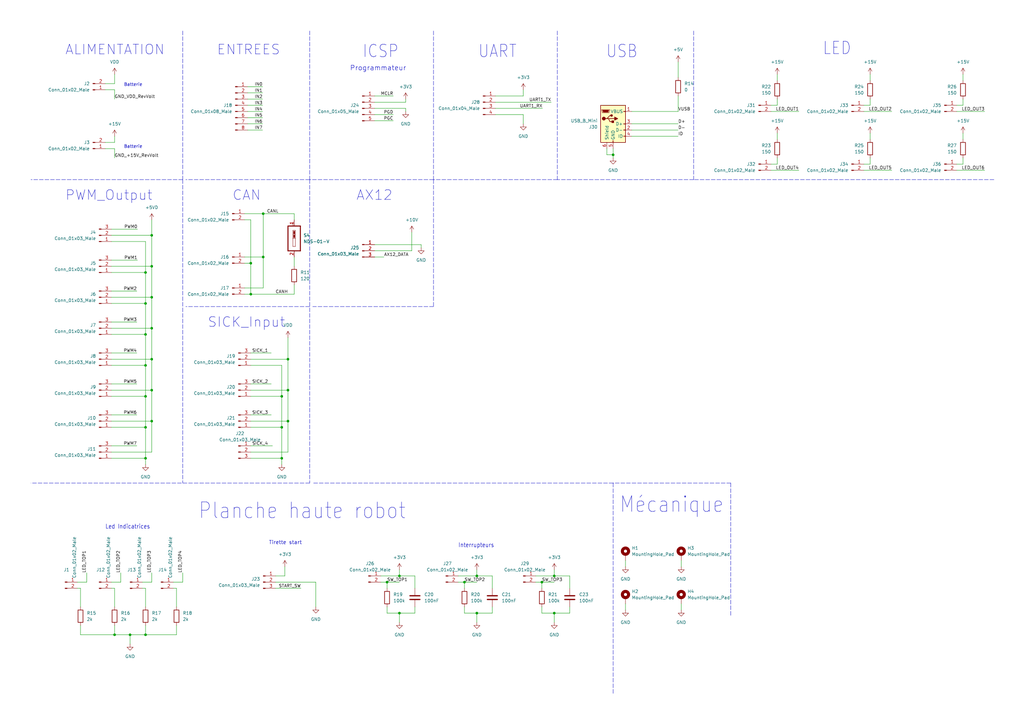
<source format=kicad_sch>
(kicad_sch (version 20211123) (generator eeschema)
  (paper "A3")
  (title_block (title "Carte Actionneur") (date "2022-03-20") (rev "V4.1") (company "AstroMonkeys"))
  (lib_symbols
    (symbol "Connector:Conn_01x02_Male" (pin_names (offset 1.016) hide)
      (property "Reference" "J" (at 0 2.54 0))
      (property "Value" "Conn_01x02_Male" (at 0 -5.08 0))
      (symbol "Conn_01x02_Male_1_1"
        (pin passive line (at 5.08 0 180) (length 3.81) (name "Pin_1") (number "1"))
        (pin passive line (at 5.08 -2.54 180) (length 3.81) (name "Pin_2") (number "2"))
      )
    )
    (symbol "Connector:Conn_01x03_Male" (pin_names (offset 1.016) hide)
      (property "Reference" "J" (at 0 5.08 0))
      (property "Value" "Conn_01x03_Male" (at 0 -5.08 0))
      (symbol "Conn_01x03_Male_1_1"
        (pin passive line (at 5.08 2.54 180) (length 3.81) (name "Pin_1") (number "1"))
        (pin passive line (at 5.08 0 180) (length 3.81) (name "Pin_2") (number "2"))
        (pin passive line (at 5.08 -2.54 180) (length 3.81) (name "Pin_3") (number "3"))
      )
    )
    (symbol "Connector:Conn_01x04_Male" (pin_names (offset 1.016) hide)
      (property "Reference" "J" (at 0 5.08 0))
      (property "Value" "Conn_01x04_Male" (at 0 -7.62 0))
      (symbol "Conn_01x04_Male_1_1"
        (pin passive line (at 5.08 2.54 180) (length 3.81) (name "Pin_1") (number "1"))
        (pin passive line (at 5.08 0 180) (length 3.81) (name "Pin_2") (number "2"))
        (pin passive line (at 5.08 -2.54 180) (length 3.81) (name "Pin_3") (number "3"))
        (pin passive line (at 5.08 -5.08 180) (length 3.81) (name "Pin_4") (number "4"))
      )
    )
    (symbol "Connector:Conn_01x05_Male" (pin_names (offset 1.016) hide)
      (property "Reference" "J" (at 0 7.62 0))
      (property "Value" "Conn_01x05_Male" (at 0 -7.62 0))
      (symbol "Conn_01x05_Male_1_1"
        (pin passive line (at 5.08 5.08 180) (length 3.81) (name "Pin_1") (number "1"))
        (pin passive line (at 5.08 2.54 180) (length 3.81) (name "Pin_2") (number "2"))
        (pin passive line (at 5.08 0 180) (length 3.81) (name "Pin_3") (number "3"))
        (pin passive line (at 5.08 -2.54 180) (length 3.81) (name "Pin_4") (number "4"))
        (pin passive line (at 5.08 -5.08 180) (length 3.81) (name "Pin_5") (number "5"))
      )
    )
    (symbol "Connector:Conn_01x08_Male" (pin_names (offset 1.016) hide)
      (property "Reference" "J" (at 0 10.16 0))
      (property "Value" "Conn_01x08_Male" (at 0 -12.7 0))
      (symbol "Conn_01x08_Male_1_1"
        (pin passive line (at 5.08 7.62 180) (length 3.81) (name "Pin_1") (number "1"))
        (pin passive line (at 5.08 5.08 180) (length 3.81) (name "Pin_2") (number "2"))
        (pin passive line (at 5.08 2.54 180) (length 3.81) (name "Pin_3") (number "3"))
        (pin passive line (at 5.08 0 180) (length 3.81) (name "Pin_4") (number "4"))
        (pin passive line (at 5.08 -2.54 180) (length 3.81) (name "Pin_5") (number "5"))
        (pin passive line (at 5.08 -5.08 180) (length 3.81) (name "Pin_6") (number "6"))
        (pin passive line (at 5.08 -7.62 180) (length 3.81) (name "Pin_7") (number "7"))
        (pin passive line (at 5.08 -10.16 180) (length 3.81) (name "Pin_8") (number "8"))
      )
    )
    (symbol "Connector:USB_B_Mini" (pin_names (offset 1.016))
      (property "Reference" "J" (at -5.08 11.43 0))
      (property "Value" "USB_B_Mini" (at -5.08 8.89 0))
      (symbol "USB_B_Mini_1_1"
        (pin power_out line (at 7.62 5.08 180) (length 2.54) (name "VBUS") (number "1"))
        (pin bidirectional line (at 7.62 -2.54 180) (length 2.54) (name "D-") (number "2"))
        (pin bidirectional line (at 7.62 0 180) (length 2.54) (name "D+") (number "3"))
        (pin passive line (at 7.62 -5.08 180) (length 2.54) (name "ID") (number "4"))
        (pin power_out line (at 0 -10.16 90) (length 2.54) (name "GND") (number "5"))
        (pin passive line (at -2.54 -10.16 90) (length 2.54) (name "Shield") (number "6"))
      )
    )
    (symbol "Device:C" (pin_numbers hide) (pin_names (offset 0.254))
      (property "Reference" "C" (at 0.635 2.54 0))
      (property "Value" "C" (at 0.635 -2.54 0))
      (symbol "C_1_1"
        (pin passive line (at 0 3.81 270) (length 2.794) (name "~") (number "1"))
        (pin passive line (at 0 -3.81 90) (length 2.794) (name "~") (number "2"))
      )
    )
    (symbol "Device:R" (pin_numbers hide) (pin_names (offset 0))
      (property "Reference" "R" (at 2.032 0 90))
      (property "Value" "R" (at 0 0 90))
      (symbol "R_1_1"
        (pin passive line (at 0 3.81 270) (length 1.27) (name "~") (number "1"))
        (pin passive line (at 0 -3.81 90) (length 1.27) (name "~") (number "2"))
      )
    )
    (symbol "Mechanical:MountingHole_Pad" (pin_numbers hide) (pin_names (offset 1.016) hide)
      (property "Reference" "H" (at 0 6.35 0))
      (property "Value" "MountingHole_Pad" (at 0 4.445 0))
      (symbol "MountingHole_Pad_1_1"
        (pin input line (at 0 -2.54 90) (length 2.54) (name "1") (number "1"))
      )
    )
    (symbol "NDS-01-V:NDS-01-V" (pin_names (offset 0.762))
      (property "Reference" "S" (at 0 6.35 0))
      (property "Value" "NDS-01-V" (at 0 3.81 0))
      (symbol "NDS-01-V_1_0"
        (text "1" (at 9.906 -0.127 900) (effects (font (size 1.27 1.0795)) (justify left bottom)))
        (pin passive line (at 12.7 0 180) (length 2.54) (name "1") (number "1"))
        (pin passive line (at -2.54 0 0) (length 2.54) (name "2") (number "2"))
      )
    )
    (symbol "power:+10V" (power) (pin_names (offset 0))
      (property "Value" "+10V" (at 0 3.556 0))
      (symbol "+10V_1_1"
        (pin power_in line (at 0 0 90) (length 0) hide (name "+10V") (number "1"))
      )
    )
    (symbol "power:+15V" (power) (pin_names (offset 0))
      (property "Value" "+15V" (at 0 3.556 0))
      (symbol "+15V_1_1"
        (pin power_in line (at 0 0 90) (length 0) hide (name "+15V") (number "1"))
      )
    )
    (symbol "power:+3.3V" (power) (pin_names (offset 0))
      (property "Value" "+3.3V" (at 0 3.556 0))
      (symbol "+3.3V_1_1"
        (pin power_in line (at 0 0 90) (length 0) hide (name "+3V3") (number "1"))
      )
    )
    (symbol "power:+5V" (power) (pin_names (offset 0))
      (property "Value" "+5V" (at 0 3.556 0))
      (symbol "+5V_1_1"
        (pin power_in line (at 0 0 90) (length 0) hide (name "+5V") (number "1"))
      )
    )
    (symbol "power:+5VD" (power) (pin_names (offset 0))
      (property "Value" "+5VD" (at 0 3.556 0))
      (symbol "+5VD_1_1"
        (pin power_in line (at 0 0 90) (length 0) hide (name "+5VD") (number "1"))
      )
    )
    (symbol "power:GND" (power) (pin_names (offset 0))
      (property "Value" "GND" (at 0 -3.81 0))
      (symbol "GND_1_1"
        (pin power_in line (at 0 0 270) (length 0) hide (name "GND") (number "1"))
      )
    )
    (symbol "power:VDD" (power) (pin_names (offset 0))
      (property "Value" "VDD" (at 0 3.81 0))
      (symbol "VDD_1_1"
        (pin power_in line (at 0 0 90) (length 0) hide (name "VDD") (number "1"))
      )
    )
  )
  (junction (at 163.83 251.46))
  (junction (at 118.11 172.72))
  (junction (at 59.69 187.96))
  (junction (at 222.25 238.76))
  (junction (at 59.69 260.35))
  (junction (at 62.23 121.92))
  (junction (at 227.33 251.46))
  (junction (at 102.87 120.65))
  (junction (at 115.57 162.56))
  (junction (at 53.34 260.35))
  (junction (at 59.69 111.76))
  (junction (at 62.23 160.02))
  (junction (at 59.69 124.46))
  (junction (at 115.57 175.26))
  (junction (at 158.75 238.76))
  (junction (at 195.58 236.22))
  (junction (at 107.95 105.41))
  (junction (at 118.11 147.32))
  (junction (at 102.87 107.95))
  (junction (at 62.23 147.32))
  (junction (at 62.23 134.62))
  (junction (at 190.5 238.76))
  (junction (at 59.69 137.16))
  (junction (at 195.58 251.46))
  (junction (at 62.23 172.72))
  (junction (at 59.69 175.26))
  (junction (at 107.95 87.63))
  (junction (at 115.57 187.96))
  (junction (at 62.23 96.52))
  (junction (at 59.69 162.56))
  (junction (at 62.23 109.22))
  (junction (at 227.33 236.22))
  (junction (at 46.99 260.35))
  (junction (at 163.83 236.22))
  (junction (at 59.69 149.86))
  (junction (at 118.11 160.02))
  (junction (at 251.46 63.5))
  (wire (pts (xy 116.84 236.22) (xy 116.84 232.41)))
  (wire (pts (xy 394.97 54.61) (xy 394.97 57.15)))
  (wire (pts (xy 45.72 149.86) (xy 59.69 149.86)))
  (wire (pts (xy 59.69 124.46) (xy 59.69 111.76)))
  (wire (pts (xy 316.23 43.18) (xy 318.77 43.18)))
  (wire (pts (xy 71.12 238.76) (xy 74.93 238.76)))
  (polyline (pts (xy 299.72 198.12) (xy 251.46 198.12)))
  (wire (pts (xy 115.57 175.26) (xy 115.57 162.56)))
  (wire (pts (xy 392.43 43.18) (xy 394.97 43.18)))
  (wire (pts (xy 56.134 170.18) (xy 45.72 170.18)))
  (wire (pts (xy 158.75 248.92) (xy 158.75 251.46)))
  (wire (pts (xy 102.87 172.72) (xy 118.11 172.72)))
  (wire (pts (xy 356.87 54.61) (xy 356.87 57.15)))
  (wire (pts (xy 102.87 160.02) (xy 118.11 160.02)))
  (wire (pts (xy 354.33 43.18) (xy 356.87 43.18)))
  (wire (pts (xy 120.65 105.41) (xy 120.65 109.22)))
  (wire (pts (xy 101.6 48.26) (xy 107.696 48.26)))
  (wire (pts (xy 56.134 144.78) (xy 45.72 144.78)))
  (wire (pts (xy 59.69 149.86) (xy 59.69 137.16)))
  (wire (pts (xy 31.75 238.76) (xy 35.56 238.76)))
  (wire (pts (xy 62.23 109.22) (xy 62.23 96.52)))
  (wire (pts (xy 251.46 60.96) (xy 251.46 63.5)))
  (wire (pts (xy 53.34 260.35) (xy 53.34 264.16)))
  (wire (pts (xy 107.95 87.63) (xy 120.65 87.63)))
  (wire (pts (xy 354.33 67.31) (xy 356.87 67.31)))
  (wire (pts (xy 45.72 134.62) (xy 62.23 134.62)))
  (wire (pts (xy 259.08 55.88) (xy 278.13 55.88)))
  (wire (pts (xy 100.33 107.95) (xy 102.87 107.95)))
  (wire (pts (xy 168.91 102.87) (xy 168.91 95.25)))
  (polyline (pts (xy 127 73.66) (xy 76.2 73.66)))
  (wire (pts (xy 45.72 175.26) (xy 59.69 175.26)))
  (wire (pts (xy 356.87 40.64) (xy 356.87 43.18)))
  (wire (pts (xy 222.25 238.76) (xy 227.33 238.76)))
  (wire (pts (xy 101.6 43.18) (xy 107.696 43.18)))
  (wire (pts (xy 187.96 236.22) (xy 195.58 236.22)))
  (polyline (pts (xy 251.46 198.12) (xy 128.27 198.12)))
  (wire (pts (xy 118.11 147.32) (xy 118.11 138.43)))
  (wire (pts (xy 45.72 238.76) (xy 49.53 238.76)))
  (wire (pts (xy 166.37 44.45) (xy 166.37 45.72)))
  (wire (pts (xy 118.11 160.02) (xy 118.11 147.32)))
  (wire (pts (xy 279.4 229.87) (xy 279.4 232.41)))
  (wire (pts (xy 46.99 256.54) (xy 46.99 260.35)))
  (wire (pts (xy 56.388 106.68) (xy 45.72 106.68)))
  (wire (pts (xy 222.504 44.45) (xy 203.2 44.45)))
  (wire (pts (xy 227.33 236.22) (xy 233.68 236.22)))
  (wire (pts (xy 56.134 119.38) (xy 45.72 119.38)))
  (wire (pts (xy 45.72 147.32) (xy 62.23 147.32)))
  (wire (pts (xy 113.03 236.22) (xy 116.84 236.22)))
  (wire (pts (xy 233.68 236.22) (xy 233.68 241.3)))
  (wire (pts (xy 58.42 238.76) (xy 62.23 238.76)))
  (wire (pts (xy 46.99 36.83) (xy 46.99 40.64)))
  (wire (pts (xy 163.83 233.68) (xy 163.83 236.22)))
  (wire (pts (xy 163.83 251.46) (xy 163.83 255.27)))
  (wire (pts (xy 251.46 63.5) (xy 251.46 64.77)))
  (wire (pts (xy 45.72 241.3) (xy 46.99 241.3)))
  (polyline (pts (xy 299.72 198.12) (xy 299.72 252.73)))
  (wire (pts (xy 45.72 96.52) (xy 62.23 96.52)))
  (wire (pts (xy 318.77 30.48) (xy 318.77 33.02)))
  (wire (pts (xy 120.65 116.84) (xy 120.65 120.65)))
  (wire (pts (xy 102.87 107.95) (xy 102.87 120.65)))
  (wire (pts (xy 59.69 137.16) (xy 59.69 124.46)))
  (wire (pts (xy 62.23 234.95) (xy 62.23 238.76)))
  (wire (pts (xy 43.18 60.96) (xy 46.99 60.96)))
  (wire (pts (xy 392.43 67.31) (xy 394.97 67.31)))
  (wire (pts (xy 259.08 53.34) (xy 278.13 53.34)))
  (wire (pts (xy 113.03 238.76) (xy 129.54 238.76)))
  (wire (pts (xy 316.23 67.31) (xy 318.77 67.31)))
  (wire (pts (xy 170.18 251.46) (xy 170.18 248.92)))
  (wire (pts (xy 72.39 260.35) (xy 59.69 260.35)))
  (wire (pts (xy 365.76 45.72) (xy 354.33 45.72)))
  (wire (pts (xy 394.97 30.48) (xy 394.97 33.02)))
  (wire (pts (xy 170.18 236.22) (xy 170.18 241.3)))
  (wire (pts (xy 58.42 241.3) (xy 59.69 241.3)))
  (wire (pts (xy 46.99 260.35) (xy 33.02 260.35)))
  (wire (pts (xy 118.11 185.42) (xy 118.11 172.72)))
  (wire (pts (xy 59.69 256.54) (xy 59.69 260.35)))
  (wire (pts (xy 222.25 248.92) (xy 222.25 251.46)))
  (polyline (pts (xy 127 12.7) (xy 127 73.66)))
  (wire (pts (xy 278.13 39.37) (xy 278.13 45.72)))
  (wire (pts (xy 43.18 58.42) (xy 46.99 58.42)))
  (polyline (pts (xy 74.93 12.7) (xy 74.93 73.66)))
  (wire (pts (xy 46.99 58.42) (xy 46.99 55.88)))
  (wire (pts (xy 163.83 251.46) (xy 170.18 251.46)))
  (wire (pts (xy 201.93 251.46) (xy 201.93 248.92)))
  (wire (pts (xy 101.6 38.1) (xy 107.696 38.1)))
  (wire (pts (xy 102.87 157.48) (xy 111.252 157.48)))
  (wire (pts (xy 72.39 256.54) (xy 72.39 260.35)))
  (wire (pts (xy 403.86 69.85) (xy 392.43 69.85)))
  (wire (pts (xy 45.72 185.42) (xy 62.23 185.42)))
  (wire (pts (xy 59.69 99.06) (xy 45.72 99.06)))
  (wire (pts (xy 153.67 49.53) (xy 161.29 49.53)))
  (wire (pts (xy 394.97 64.77) (xy 394.97 67.31)))
  (wire (pts (xy 113.03 241.3) (xy 123.444 241.3)))
  (wire (pts (xy 153.67 100.33) (xy 172.72 100.33)))
  (polyline (pts (xy 228.6 12.7) (xy 228.6 73.66)))
  (wire (pts (xy 195.58 251.46) (xy 195.58 255.27)))
  (wire (pts (xy 120.65 90.17) (xy 120.65 87.63)))
  (wire (pts (xy 222.25 238.76) (xy 219.71 238.76)))
  (wire (pts (xy 158.75 238.76) (xy 163.83 238.76)))
  (wire (pts (xy 107.95 118.11) (xy 100.33 118.11)))
  (wire (pts (xy 59.69 111.76) (xy 59.69 99.06)))
  (wire (pts (xy 101.6 45.72) (xy 107.696 45.72)))
  (wire (pts (xy 71.12 241.3) (xy 72.39 241.3)))
  (polyline (pts (xy 127 198.12) (xy 12.7 198.12)))
  (wire (pts (xy 118.11 172.72) (xy 118.11 160.02)))
  (wire (pts (xy 43.18 34.29) (xy 46.99 34.29)))
  (wire (pts (xy 102.87 182.88) (xy 111.76 182.88)))
  (wire (pts (xy 318.77 40.64) (xy 318.77 43.18)))
  (wire (pts (xy 190.5 248.92) (xy 190.5 251.46)))
  (wire (pts (xy 156.21 236.22) (xy 163.83 236.22)))
  (wire (pts (xy 153.67 41.91) (xy 166.37 41.91)))
  (wire (pts (xy 45.72 124.46) (xy 59.69 124.46)))
  (wire (pts (xy 62.23 121.92) (xy 62.23 109.22)))
  (wire (pts (xy 153.67 39.37) (xy 161.29 39.37)))
  (polyline (pts (xy 177.8 12.7) (xy 177.8 73.66)))
  (wire (pts (xy 102.87 144.78) (xy 111.252 144.78)))
  (wire (pts (xy 102.87 170.18) (xy 111.252 170.18)))
  (wire (pts (xy 102.87 187.96) (xy 115.57 187.96)))
  (polyline (pts (xy 177.8 125.73) (xy 128.27 125.73)))
  (wire (pts (xy 115.57 187.96) (xy 115.57 175.26)))
  (wire (pts (xy 327.66 45.72) (xy 316.23 45.72)))
  (polyline (pts (xy 127 125.73) (xy 76.2 125.73)))
  (wire (pts (xy 100.33 90.17) (xy 102.87 90.17)))
  (wire (pts (xy 100.33 87.63) (xy 107.95 87.63)))
  (wire (pts (xy 62.23 185.42) (xy 62.23 172.72)))
  (wire (pts (xy 35.56 234.95) (xy 35.56 238.76)))
  (wire (pts (xy 259.08 50.8) (xy 278.13 50.8)))
  (wire (pts (xy 101.6 35.56) (xy 107.696 35.56)))
  (wire (pts (xy 256.54 247.65) (xy 256.54 250.19)))
  (wire (pts (xy 102.87 120.65) (xy 100.33 120.65)))
  (wire (pts (xy 59.69 162.56) (xy 59.69 149.86)))
  (wire (pts (xy 45.72 172.72) (xy 62.23 172.72)))
  (wire (pts (xy 101.6 50.8) (xy 107.696 50.8)))
  (polyline (pts (xy 284.48 73.66) (xy 228.6 73.66)))
  (polyline (pts (xy 74.93 73.66) (xy 12.7 73.66)))
  (wire (pts (xy 356.87 64.77) (xy 356.87 67.31)))
  (polyline (pts (xy 407.67 73.66) (xy 284.48 73.66)))
  (wire (pts (xy 219.71 236.22) (xy 227.33 236.22)))
  (wire (pts (xy 62.23 96.52) (xy 62.23 90.17)))
  (polyline (pts (xy 127 73.66) (xy 127 198.12)))
  (wire (pts (xy 201.93 236.22) (xy 201.93 241.3)))
  (wire (pts (xy 59.69 187.96) (xy 59.69 175.26)))
  (wire (pts (xy 62.23 147.32) (xy 62.23 134.62)))
  (polyline (pts (xy 228.6 73.66) (xy 177.8 73.66)))
  (wire (pts (xy 222.25 241.3) (xy 222.25 238.76)))
  (wire (pts (xy 153.67 44.45) (xy 166.37 44.45)))
  (wire (pts (xy 158.75 241.3) (xy 158.75 238.76)))
  (polyline (pts (xy 74.93 73.66) (xy 74.93 198.12)))
  (wire (pts (xy 31.75 241.3) (xy 33.02 241.3)))
  (wire (pts (xy 222.25 251.46) (xy 227.33 251.46)))
  (polyline (pts (xy 177.8 73.66) (xy 127 73.66)))
  (wire (pts (xy 45.72 111.76) (xy 59.69 111.76)))
  (wire (pts (xy 107.95 87.63) (xy 107.95 105.41)))
  (wire (pts (xy 153.67 102.87) (xy 168.91 102.87)))
  (wire (pts (xy 62.23 160.02) (xy 62.23 147.32)))
  (wire (pts (xy 56.388 93.98) (xy 45.72 93.98)))
  (wire (pts (xy 74.93 234.95) (xy 74.93 238.76)))
  (wire (pts (xy 72.39 241.3) (xy 72.39 248.92)))
  (wire (pts (xy 327.66 69.85) (xy 316.23 69.85)))
  (wire (pts (xy 256.54 229.87) (xy 256.54 232.41)))
  (wire (pts (xy 356.87 30.48) (xy 356.87 33.02)))
  (wire (pts (xy 365.76 69.85) (xy 354.33 69.85)))
  (wire (pts (xy 59.69 260.35) (xy 53.34 260.35)))
  (wire (pts (xy 101.6 40.64) (xy 107.696 40.64)))
  (wire (pts (xy 248.92 63.5) (xy 251.46 63.5)))
  (wire (pts (xy 129.54 248.92) (xy 129.54 238.76)))
  (wire (pts (xy 190.5 238.76) (xy 187.96 238.76)))
  (wire (pts (xy 102.87 147.32) (xy 118.11 147.32)))
  (wire (pts (xy 45.72 187.96) (xy 59.69 187.96)))
  (wire (pts (xy 46.99 60.96) (xy 46.99 64.77)))
  (wire (pts (xy 45.72 109.22) (xy 62.23 109.22)))
  (wire (pts (xy 227.33 251.46) (xy 227.33 255.27)))
  (wire (pts (xy 33.02 256.54) (xy 33.02 260.35)))
  (wire (pts (xy 195.58 236.22) (xy 201.93 236.22)))
  (wire (pts (xy 195.58 251.46) (xy 201.93 251.46)))
  (polyline (pts (xy 251.46 198.12) (xy 251.46 284.48)))
  (wire (pts (xy 227.33 251.46) (xy 233.68 251.46)))
  (wire (pts (xy 278.13 25.4) (xy 278.13 31.75)))
  (wire (pts (xy 227.33 233.68) (xy 227.33 236.22)))
  (wire (pts (xy 62.23 172.72) (xy 62.23 160.02)))
  (polyline (pts (xy 177.8 73.66) (xy 177.8 125.73)))
  (wire (pts (xy 102.87 175.26) (xy 115.57 175.26)))
  (wire (pts (xy 248.92 60.96) (xy 248.92 63.5)))
  (wire (pts (xy 115.57 162.56) (xy 115.57 149.86)))
  (wire (pts (xy 107.95 105.41) (xy 107.95 118.11)))
  (wire (pts (xy 115.57 190.5) (xy 115.57 187.96)))
  (wire (pts (xy 45.72 160.02) (xy 62.23 160.02)))
  (wire (pts (xy 190.5 251.46) (xy 195.58 251.46)))
  (wire (pts (xy 163.83 236.22) (xy 170.18 236.22)))
  (wire (pts (xy 172.72 100.33) (xy 172.72 101.6)))
  (wire (pts (xy 115.57 149.86) (xy 102.87 149.86)))
  (wire (pts (xy 166.37 41.91) (xy 166.37 40.64)))
  (wire (pts (xy 279.4 247.65) (xy 279.4 250.19)))
  (polyline (pts (xy 284.48 12.7) (xy 284.48 73.66)))
  (wire (pts (xy 214.63 46.99) (xy 203.2 46.99)))
  (wire (pts (xy 102.87 162.56) (xy 115.57 162.56)))
  (wire (pts (xy 158.75 251.46) (xy 163.83 251.46)))
  (wire (pts (xy 102.87 185.42) (xy 118.11 185.42)))
  (wire (pts (xy 158.75 238.76) (xy 156.21 238.76)))
  (wire (pts (xy 59.69 190.5) (xy 59.69 187.96)))
  (wire (pts (xy 45.72 137.16) (xy 59.69 137.16)))
  (wire (pts (xy 203.2 39.37) (xy 214.63 39.37)))
  (wire (pts (xy 318.77 64.77) (xy 318.77 67.31)))
  (wire (pts (xy 318.77 54.61) (xy 318.77 57.15)))
  (wire (pts (xy 62.23 134.62) (xy 62.23 121.92)))
  (wire (pts (xy 403.86 45.72) (xy 392.43 45.72)))
  (wire (pts (xy 190.5 241.3) (xy 190.5 238.76)))
  (wire (pts (xy 46.99 241.3) (xy 46.99 248.92)))
  (wire (pts (xy 190.5 238.76) (xy 195.58 238.76)))
  (wire (pts (xy 56.134 132.08) (xy 45.72 132.08)))
  (wire (pts (xy 214.63 39.37) (xy 214.63 36.83)))
  (wire (pts (xy 46.99 34.29) (xy 46.99 30.48)))
  (wire (pts (xy 259.08 45.72) (xy 278.13 45.72)))
  (wire (pts (xy 153.67 46.99) (xy 161.29 46.99)))
  (wire (pts (xy 195.58 233.68) (xy 195.58 236.22)))
  (wire (pts (xy 214.63 46.99) (xy 214.63 50.8)))
  (wire (pts (xy 394.97 40.64) (xy 394.97 43.18)))
  (wire (pts (xy 53.34 260.35) (xy 46.99 260.35)))
  (wire (pts (xy 59.69 175.26) (xy 59.69 162.56)))
  (wire (pts (xy 226.06 41.91) (xy 203.2 41.91)))
  (wire (pts (xy 43.18 36.83) (xy 46.99 36.83)))
  (wire (pts (xy 102.87 120.65) (xy 120.65 120.65)))
  (wire (pts (xy 45.72 121.92) (xy 62.23 121.92)))
  (wire (pts (xy 56.134 157.48) (xy 45.72 157.48)))
  (wire (pts (xy 101.6 53.34) (xy 107.696 53.34)))
  (wire (pts (xy 100.33 105.41) (xy 107.95 105.41)))
  (wire (pts (xy 56.134 182.88) (xy 45.72 182.88)))
  (wire (pts (xy 102.87 90.17) (xy 102.87 107.95)))
  (wire (pts (xy 59.69 241.3) (xy 59.69 248.92)))
  (wire (pts (xy 153.67 105.41) (xy 157.48 105.41)))
  (wire (pts (xy 33.02 241.3) (xy 33.02 248.92)))
  (wire (pts (xy 45.72 162.56) (xy 59.69 162.56)))
  (wire (pts (xy 49.53 234.95) (xy 49.53 238.76)))
  (wire (pts (xy 233.68 251.46) (xy 233.68 248.92)))
  (text "UART" (at 212.09 24.13 180) (effects (font (size 5.08 4.318)) (justify right bottom)))
  (text "ENTREES" (at 88.9 22.86 180) (effects (font (size 4 4)) (justify left bottom)))
  (text "Batterie" (at 50.8 35.56 0) (effects (font (size 1.27 1.27)) (justify left bottom)))
  (text "CAN" (at 95.25 82.55 180) (effects (font (size 4 4)) (justify left bottom)))
  (text "ICSP" (at 148.59 24.13 0) (effects (font (size 5.08 4.318)) (justify left bottom)))
  (text "SICK_Input\n" (at 85.09 134.62 180) (effects (font (size 4 4)) (justify left bottom)))
  (text "PWM_Output\n" (at 26.67 82.55 180) (effects (font (size 4 4)) (justify left bottom)))
  (text "Led Indicatrices" (at 43.18 217.17 180) (effects (font (size 1.778 1.5113)) (justify left bottom)))
  (text "LED\n" (at 349.25 22.86 180) (effects (font (size 5.08 4.318)) (justify right bottom)))
  (text "Interrupteurs" (at 187.96 224.79 180) (effects (font (size 1.778 1.5113)) (justify left bottom)))
  (text "Batterie\n" (at 50.8 60.96 0) (effects (font (size 1.27 1.27)) (justify left bottom)))
  (text "Planche haute robot" (at 81.28 213.36 180) (effects (font (size 6.4516 5.4838)) (justify left bottom)))
  (text "Mécanique" (at 254 210.82 180) (effects (font (size 6.4516 5.4838)) (justify left bottom)))
  (text "USB" (at 261.62 24.13 180) (effects (font (size 5.08 4.318)) (justify right bottom)))
  (text "AX12\n" (at 146.05 82.55 180) (effects (font (size 4 4)) (justify left bottom)))
  (text "ALIMENTATION" (at 26.67 22.86 180) (effects (font (size 4 4)) (justify left bottom)))
  (text "Programmateur" (at 143.51 29.21 0) (effects (font (size 2 2)) (justify left bottom)))
  (text "Tirette start" (at 110.236 223.52 180) (effects (font (size 1.5 1.5)) (justify left bottom)))
  (label "D-" (at 278.13 53.34 0) (effects (font (size 1.2446 1.2446))))
  (label "SICK_3" (at 103.378 170.18 0) (effects (font (size 1.2446 1.2446))))
  (label "CANL" (at 114.3 87.63 180) (effects (font (size 1.2446 1.2446))))
  (label "PWM0" (at 56.388 93.98 180) (effects (font (size 1.2446 1.2446))))
  (label "PGD" (at 161.29 46.99 180) (effects (font (size 1.2446 1.2446))))
  (label "PWM3" (at 56.134 132.08 180) (effects (font (size 1.2446 1.2446))))
  (label "IN6" (at 107.696 50.8 180) (effects (font (size 1.2446 1.2446))))
  (label "LED_OUT1" (at 327.66 45.72 180))
  (label "LED_OUT6" (at 403.86 69.85 180))
  (label "IN4" (at 107.696 45.72 180) (effects (font (size 1.2446 1.2446))))
  (label "SW_TOP2" (at 190.5 238.76 0) (effects (font (size 1.2446 1.2446))))
  (label "PWM4" (at 56.134 144.78 180) (effects (font (size 1.2446 1.2446))))
  (label "LED_TOP4" (at 74.93 234.95 90) (effects (font (size 1.2446 1.2446))))
  (label "AX12_DATA" (at 157.48 105.41 0) (effects (font (size 1.2446 1.2446))))
  (label "SW_TOP1" (at 158.75 238.76 0) (effects (font (size 1.2446 1.2446))))
  (label "IN2" (at 107.696 40.64 180) (effects (font (size 1.2446 1.2446))))
  (label "SICK_1" (at 103.378 144.78 0) (effects (font (size 1.2446 1.2446))))
  (label "VUSB" (at 278.13 45.72 0) (effects (font (size 1.2446 1.2446))))
  (label "PWM2" (at 56.134 119.38 180) (effects (font (size 1.2446 1.2446))))
  (label "MCLR" (at 161.29 39.37 180) (effects (font (size 1.2446 1.2446))))
  (label "START_SW" (at 123.444 241.3 180) (effects (font (size 1.2446 1.2446))))
  (label "GND_+15V_RevVolt" (at 46.99 64.77 0))
  (label "PWM6" (at 56.134 170.18 180) (effects (font (size 1.2446 1.2446))))
  (label "IN0" (at 107.696 35.56 180) (effects (font (size 1.2446 1.2446))))
  (label "PGC" (at 161.29 49.53 180) (effects (font (size 1.2446 1.2446))))
  (label "LED_OUT5" (at 365.76 69.85 180))
  (label "PWM5" (at 56.134 157.48 180) (effects (font (size 1.2446 1.2446))))
  (label "LED_TOP1" (at 35.56 234.95 90) (effects (font (size 1.2446 1.2446))))
  (label "UART1_TX" (at 226.06 41.91 180) (effects (font (size 1.2446 1.2446))))
  (label "ID" (at 278.13 55.88 0) (effects (font (size 1.2446 1.2446))))
  (label "CANH" (at 118.11 120.65 180) (effects (font (size 1.2446 1.2446))))
  (label "IN3" (at 107.696 43.18 180) (effects (font (size 1.2446 1.2446))))
  (label "LED_OUT4" (at 327.66 69.85 180))
  (label "IN7" (at 107.696 53.34 180) (effects (font (size 1.2446 1.2446))))
  (label "IN1" (at 107.696 38.1 180) (effects (font (size 1.2446 1.2446))))
  (label "D+" (at 278.13 50.8 0) (effects (font (size 1.2446 1.2446))))
  (label "SICK_4" (at 103.378 182.88 0) (effects (font (size 1.2446 1.2446))))
  (label "LED_OUT2" (at 365.76 45.72 180))
  (label "IN5" (at 107.696 48.26 180) (effects (font (size 1.2446 1.2446))))
  (label "PWM7" (at 56.134 182.88 180) (effects (font (size 1.2446 1.2446))))
  (label "SICK_2" (at 103.378 157.48 0) (effects (font (size 1.2446 1.2446))))
  (label "LED_OUT3" (at 403.86 45.72 180))
  (label "UART1_RX" (at 222.504 44.45 180) (effects (font (size 1.2446 1.2446))))
  (label "LED_TOP2" (at 49.53 234.95 90) (effects (font (size 1.2446 1.2446))))
  (label "GND_VDD_RevVolt" (at 46.99 40.64 0))
  (label "SW_TOP3" (at 222.25 238.76 0) (effects (font (size 1.2446 1.2446))))
  (label "PWM1" (at 56.388 106.68 180) (effects (font (size 1.2446 1.2446))))
  (label "LED_TOP3" (at 62.23 234.95 90) (effects (font (size 1.2446 1.2446))))
  (symbol (lib_id "Connector:Conn_01x04_Male") (at 198.12 41.91 0) (unit 1)
    (property "Reference" "J28" (at 196.85 41.9099 0) (effects (justify right)))
    (property "Value" "Conn_01x04_Male" (at 196.85 44.4499 0) (effects (justify right)))
    (property "Footprint" "Connector_PinHeader_2.54mm:PinHeader_1x04_P2.54mm_Vertical" (effects hide))
  )
  (symbol (lib_id "Connector:Conn_01x02_Male") (at 311.15 43.18 0) (unit 1)
    (property "Reference" "J31" (at 309.88 43.1799 0) (effects (justify right)))
    (property "Value" "Conn_01x02_Male" (at 309.88 45.7199 0) (effects (justify right)))
    (property "Footprint" "Conn_01x02:FanPinHeader_1x02_P2.54mm_Vertical" (effects hide))
  )
  (symbol (lib_id "Device:R") (at 72.39 252.73 0) (unit 1)
    (property "Reference" "R18" (at 74.93 251.4599 0) (effects (justify left)))
    (property "Value" "2k" (at 74.93 253.9999 0) (effects (justify left)))
    (property "Footprint" "Resistor_SMD:R_0805_2012Metric" (effects hide))
  )
  (symbol (lib_id "power:+3.3V") (at 116.84 232.41 0) (unit 1)
    (property "Reference" "#PWR017" (effects hide))
    (property "Value" "+3.3V" (at 116.84 227.33 0))
  )
  (symbol (lib_id "Connector:Conn_01x02_Male") (at 349.25 67.31 0) (unit 1)
    (property "Reference" "J34" (at 347.98 67.3099 0) (effects (justify right)))
    (property "Value" "Conn_01x02_Male" (at 347.98 69.8499 0) (effects (justify right)))
    (property "Footprint" "Conn_01x02:FanPinHeader_1x02_P2.54mm_Vertical" (effects hide))
  )
  (symbol (lib_id "Connector:Conn_01x03_Male") (at 40.64 134.62 0) (mirror x) (unit 1)
    (property "Reference" "J7" (at 39.37 133.3499 0) (effects (justify right)))
    (property "Value" "Conn_01x03_Male" (at 39.37 135.8899 0) (effects (justify right)))
    (property "Footprint" "Connector:FanPinHeader_1x03_P2.54mm_Vertical" (effects hide))
  )
  (symbol (lib_id "Connector:Conn_01x02_Male") (at 53.34 238.76 0) (unit 1)
    (property "Reference" "J13" (at 53.975 233.68 0))
    (property "Value" "Conn_01x02_Male" (at 57.15 228.6 90))
    (property "Footprint" "Conn_01x02:FanPinHeader_1x02_P2.54mm_Vertical" (effects hide))
  )
  (symbol (lib_id "Device:R") (at 318.77 60.96 0) (mirror y) (unit 1)
    (property "Reference" "R23" (at 316.23 59.6899 0) (effects (justify left)))
    (property "Value" "150" (at 316.23 62.2299 0) (effects (justify left)))
    (property "Footprint" "Resistor_SMD:R_0805_2012Metric" (effects hide))
  )
  (symbol (lib_id "Connector:Conn_01x05_Male") (at 148.59 44.45 0) (unit 1)
    (property "Reference" "J24" (at 147.32 43.1799 0) (effects (justify right)))
    (property "Value" "Conn_01x05_Male" (at 147.32 45.7199 0) (effects (justify right)))
    (property "Footprint" "Connector_PinSocket_2.54mm:PinSocket_1x05_P2.54mm_Vertical" (effects hide))
  )
  (symbol (lib_id "power:+15V") (at 46.99 55.88 0) (unit 1)
    (property "Reference" "#PWR0121" (effects hide))
    (property "Value" "+15V" (at 46.99 50.8 0))
  )
  (symbol (lib_id "power:+3.3V") (at 227.33 233.68 0) (unit 1)
    (property "Reference" "#PWR029" (effects hide))
    (property "Value" "+3.3V" (at 227.33 228.6 0))
  )
  (symbol (lib_id "power:+15V") (at 394.97 30.48 0) (mirror y) (unit 1)
    (property "Reference" "#PWR0131" (effects hide))
    (property "Value" "+15V" (at 394.97 25.4 0))
  )
  (symbol (lib_id "NDS-01-V:NDS-01-V") (at 120.65 102.87 90) (unit 1)
    (property "Reference" "S4" (at 124.46 96.5199 90) (effects (justify right)))
    (property "Value" "NDS-01-V" (at 124.46 99.06 90) (effects (justify right)))
    (property "Footprint" "DIP762W60P254L390H705Q2N" (effects hide))
    (property "Description" "Switch DIP 1 pos raised act solder 1 Way Through Hole DIP Switch SPST, Raised Actuator" (effects hide))
    (property "Height" "7.05" (effects hide))
    (property "Manufacturer_Name" "Apem" (effects hide))
    (property "Manufacturer_Part_Number" "NDS-01-V" (effects hide))
  )
  (symbol (lib_id "Connector:USB_B_Mini") (at 251.46 50.8 0) (unit 1)
    (property "Reference" "J30" (at 245.11 52.0701 0) (effects (justify right)))
    (property "Value" "USB_B_Mini" (at 245.11 49.5301 0) (effects (justify right)))
    (property "Footprint" "Connector_USB:USB_Mini-B_Wuerth_65100516121_Horizontal" (effects hide))
  )
  (symbol (lib_id "power:+10V") (at 168.91 95.25 0) (unit 1)
    (property "Reference" "#PWR024" (effects hide))
    (property "Value" "+10V" (at 168.91 90.17 0))
  )
  (symbol (lib_id "Device:R") (at 394.97 36.83 0) (mirror y) (unit 1)
    (property "Reference" "R26" (at 392.43 35.5599 0) (effects (justify left)))
    (property "Value" "150" (at 392.43 38.0999 0) (effects (justify left)))
    (property "Footprint" "Resistor_SMD:R_0805_2012Metric" (effects hide))
  )
  (symbol (lib_id "power:GND") (at 163.83 255.27 0) (unit 1)
    (property "Reference" "#PWR021" (effects hide))
    (property "Value" "GND" (at 163.83 260.35 0))
  )
  (symbol (lib_id "power:+3.3V") (at 214.63 36.83 0) (unit 1)
    (property "Reference" "#PWR027" (effects hide))
    (property "Value" "+3.3V" (at 214.63 31.75 0))
  )
  (symbol (lib_id "power:+15V") (at 394.97 54.61 0) (mirror y) (unit 1)
    (property "Reference" "#PWR0128" (effects hide))
    (property "Value" "+15V" (at 394.97 49.53 0))
  )
  (symbol (lib_id "power:GND") (at 195.58 255.27 0) (unit 1)
    (property "Reference" "#PWR026" (effects hide))
    (property "Value" "GND" (at 195.58 260.35 0))
  )
  (symbol (lib_id "Connector:Conn_01x02_Male") (at 38.1 60.96 0) (mirror x) (unit 1)
    (property "Reference" "J3" (at 36.83 58.4199 0) (effects (justify right)))
    (property "Value" "Conn_01x02_Male" (at 36.83 60.9599 0) (effects (justify right)))
    (property "Footprint" "Connector_Phoenix_MSTB:PhoenixContact_MSTBA_2,5_2-G_1x02_P5.00mm_Horizontal" (effects hide))
  )
  (symbol (lib_id "Connector:Conn_01x02_Male") (at 95.25 118.11 0) (unit 1)
    (property "Reference" "J17" (at 93.98 118.1099 0) (effects (justify right)))
    (property "Value" "Conn_01x02_Male" (at 93.98 120.6499 0) (effects (justify right)))
    (property "Footprint" "Conn_01x02:FanPinHeader_1x02_P2.54mm_Vertical" (effects hide))
  )
  (symbol (lib_id "Device:R") (at 356.87 36.83 0) (mirror y) (unit 1)
    (property "Reference" "R24" (at 354.33 35.5599 0) (effects (justify left)))
    (property "Value" "150" (at 354.33 38.0999 0) (effects (justify left)))
    (property "Footprint" "Resistor_SMD:R_0805_2012Metric" (effects hide))
  )
  (symbol (lib_id "power:GND") (at 227.33 255.27 0) (unit 1)
    (property "Reference" "#PWR030" (effects hide))
    (property "Value" "GND" (at 227.33 260.35 0))
  )
  (symbol (lib_id "power:GND") (at 166.37 45.72 0) (unit 1)
    (property "Reference" "#PWR023" (effects hide))
    (property "Value" "GND" (at 166.37 50.8 0))
  )
  (symbol (lib_id "power:+5VD") (at 62.23 90.17 0) (unit 1)
    (property "Reference" "#PWR015" (effects hide))
    (property "Value" "+5VD" (at 62.23 85.09 0))
  )
  (symbol (lib_id "power:VDD") (at 46.99 30.48 0) (unit 1)
    (property "Reference" "#PWR0123" (effects hide))
    (property "Value" "VDD" (at 46.99 25.4 0))
  )
  (symbol (lib_id "Mechanical:MountingHole_Pad") (at 279.4 227.33 0) (unit 1)
    (property "Reference" "H3" (at 281.94 224.7899 0) (effects (justify left)))
    (property "Value" "MountingHole_Pad" (at 281.94 227.3299 0) (effects (justify left)))
    (property "Footprint" "MountingHole:MountingHole_2.2mm_M2_ISO14580_Pad" (effects hide))
  )
  (symbol (lib_id "power:GND") (at 172.72 101.6 0) (unit 1)
    (property "Reference" "#PWR0120" (effects hide))
    (property "Value" "GND" (at 172.72 106.68 0))
  )
  (symbol (lib_id "Connector:Conn_01x02_Male") (at 95.25 105.41 0) (unit 1)
    (property "Reference" "J16" (at 93.98 105.4099 0) (effects (justify right)))
    (property "Value" "Conn_01x02_Male" (at 93.98 107.9499 0) (effects (justify right)))
    (property "Footprint" "Conn_01x02:FanPinHeader_1x02_P2.54mm_Vertical" (effects hide))
  )
  (symbol (lib_id "power:+3.3V") (at 166.37 40.64 0) (unit 1)
    (property "Reference" "#PWR022" (effects hide))
    (property "Value" "+3.3V" (at 166.37 35.56 0))
  )
  (symbol (lib_id "Device:R") (at 46.99 252.73 0) (unit 1)
    (property "Reference" "R16" (at 49.53 251.4599 0) (effects (justify left)))
    (property "Value" "2k" (at 49.53 253.9999 0) (effects (justify left)))
    (property "Footprint" "Resistor_SMD:R_0805_2012Metric" (effects hide))
  )
  (symbol (lib_id "power:GND") (at 115.57 190.5 0) (unit 1)
    (property "Reference" "#PWR016" (effects hide))
    (property "Value" "GND" (at 115.57 195.58 0))
  )
  (symbol (lib_id "power:GND") (at 256.54 232.41 0) (unit 1)
    (property "Reference" "#PWR0126" (effects hide))
    (property "Value" "GND" (at 256.54 237.49 0))
  )
  (symbol (lib_id "power:+3.3V") (at 163.83 233.68 0) (unit 1)
    (property "Reference" "#PWR020" (effects hide))
    (property "Value" "+3.3V" (at 163.83 228.6 0))
  )
  (symbol (lib_id "power:GND") (at 256.54 250.19 0) (unit 1)
    (property "Reference" "#PWR0125" (effects hide))
    (property "Value" "GND" (at 256.54 255.27 0))
  )
  (symbol (lib_id "Connector:Conn_01x03_Male") (at 97.79 147.32 0) (mirror x) (unit 1)
    (property "Reference" "J19" (at 96.52 146.0499 0) (effects (justify right)))
    (property "Value" "Conn_01x03_Male" (at 96.52 148.5899 0) (effects (justify right)))
    (property "Footprint" "Connector:FanPinHeader_1x03_P2.54mm_Vertical" (effects hide))
  )
  (symbol (lib_id "Connector:Conn_01x03_Male") (at 40.64 96.52 0) (mirror x) (unit 1)
    (property "Reference" "J4" (at 39.37 95.2499 0) (effects (justify right)))
    (property "Value" "Conn_01x03_Male" (at 39.37 97.7899 0) (effects (justify right)))
    (property "Footprint" "Connector:FanPinHeader_1x03_P2.54mm_Vertical" (effects hide))
  )
  (symbol (lib_id "Connector:Conn_01x03_Male") (at 40.64 147.32 0) (mirror x) (unit 1)
    (property "Reference" "J8" (at 39.37 146.0499 0) (effects (justify right)))
    (property "Value" "Conn_01x03_Male" (at 39.37 148.5899 0) (effects (justify right)))
    (property "Footprint" "Connector:FanPinHeader_1x03_P2.54mm_Vertical" (effects hide))
  )
  (symbol (lib_id "Connector:Conn_01x02_Male") (at 349.25 43.18 0) (unit 1)
    (property "Reference" "J33" (at 347.98 43.1799 0) (effects (justify right)))
    (property "Value" "Conn_01x02_Male" (at 347.98 45.7199 0) (effects (justify right)))
    (property "Footprint" "Conn_01x02:FanPinHeader_1x02_P2.54mm_Vertical" (effects hide))
  )
  (symbol (lib_id "power:GND") (at 279.4 232.41 0) (unit 1)
    (property "Reference" "#PWR0166" (effects hide))
    (property "Value" "GND" (at 279.4 237.49 0))
  )
  (symbol (lib_id "power:GND") (at 53.34 264.16 0) (unit 1)
    (property "Reference" "#PWR013" (effects hide))
    (property "Value" "GND" (at 53.34 269.24 0))
  )
  (symbol (lib_id "Mechanical:MountingHole_Pad") (at 279.4 245.11 0) (unit 1)
    (property "Reference" "H4" (at 281.94 242.5699 0) (effects (justify left)))
    (property "Value" "MountingHole_Pad" (at 281.94 245.1099 0) (effects (justify left)))
    (property "Footprint" "MountingHole:MountingHole_2.2mm_M2_ISO14580_Pad" (effects hide))
  )
  (symbol (lib_id "Device:R") (at 356.87 60.96 0) (mirror y) (unit 1)
    (property "Reference" "R25" (at 354.33 59.6899 0) (effects (justify left)))
    (property "Value" "150" (at 354.33 62.2299 0) (effects (justify left)))
    (property "Footprint" "Resistor_SMD:R_0805_2012Metric" (effects hide))
  )
  (symbol (lib_id "Connector:Conn_01x03_Male") (at 40.64 160.02 0) (mirror x) (unit 1)
    (property "Reference" "J9" (at 39.37 158.7499 0) (effects (justify right)))
    (property "Value" "Conn_01x03_Male" (at 39.37 161.2899 0) (effects (justify right)))
    (property "Footprint" "Connector:FanPinHeader_1x03_P2.54mm_Vertical" (effects hide))
  )
  (symbol (lib_id "Device:R") (at 120.65 113.03 0) (unit 1)
    (property "Reference" "R11" (at 123.19 111.7599 0) (effects (justify left)))
    (property "Value" "120" (at 123.19 114.2999 0) (effects (justify left)))
    (property "Footprint" "Resistor_SMD:R_0805_2012Metric" (effects hide))
  )
  (symbol (lib_id "Device:C") (at 233.68 245.11 0) (unit 1)
    (property "Reference" "C23" (at 237.49 243.8399 0) (effects (justify left)))
    (property "Value" "100nF" (at 237.49 246.3799 0) (effects (justify left)))
    (property "Footprint" "Capacitor_SMD:C_0805_2012Metric" (effects hide))
  )
  (symbol (lib_id "Device:C") (at 201.93 245.11 0) (unit 1)
    (property "Reference" "C21" (at 205.74 243.8399 0) (effects (justify left)))
    (property "Value" "100nF" (at 205.74 246.3799 0) (effects (justify left)))
    (property "Footprint" "Capacitor_SMD:C_0805_2012Metric" (effects hide))
  )
  (symbol (lib_id "Device:R") (at 394.97 60.96 0) (mirror y) (unit 1)
    (property "Reference" "R27" (at 392.43 59.6899 0) (effects (justify left)))
    (property "Value" "150" (at 392.43 62.2299 0) (effects (justify left)))
    (property "Footprint" "Resistor_SMD:R_0805_2012Metric" (effects hide))
  )
  (symbol (lib_id "power:GND") (at 59.69 190.5 0) (unit 1)
    (property "Reference" "#PWR014" (effects hide))
    (property "Value" "GND" (at 59.69 195.58 0))
  )
  (symbol (lib_id "power:GND") (at 251.46 64.77 0) (unit 1)
    (property "Reference" "#PWR0134" (effects hide))
    (property "Value" "GND" (at 251.46 69.85 0))
  )
  (symbol (lib_id "Connector:Conn_01x02_Male") (at 387.35 67.31 0) (unit 1)
    (property "Reference" "J36" (at 386.08 67.3099 0) (effects (justify right)))
    (property "Value" "Conn_01x02_Male" (at 386.08 69.8499 0) (effects (justify right)))
    (property "Footprint" "Conn_01x02:FanPinHeader_1x02_P2.54mm_Vertical" (effects hide))
  )
  (symbol (lib_id "Mechanical:MountingHole_Pad") (at 256.54 227.33 0) (unit 1)
    (property "Reference" "H1" (at 259.08 224.7899 0) (effects (justify left)))
    (property "Value" "MountingHole_Pad" (at 259.08 227.3299 0) (effects (justify left)))
    (property "Footprint" "MountingHole:MountingHole_2.2mm_M2_ISO14580_Pad" (effects hide))
  )
  (symbol (lib_id "Device:R") (at 59.69 252.73 0) (unit 1)
    (property "Reference" "R17" (at 62.23 251.4599 0) (effects (justify left)))
    (property "Value" "2k" (at 62.23 253.9999 0) (effects (justify left)))
    (property "Footprint" "Resistor_SMD:R_0805_2012Metric" (effects hide))
  )
  (symbol (lib_id "Connector:Conn_01x02_Male") (at 66.04 238.76 0) (unit 1)
    (property "Reference" "J14" (at 66.675 233.68 0))
    (property "Value" "Conn_01x02_Male" (at 69.85 228.6 90))
    (property "Footprint" "Conn_01x02:FanPinHeader_1x02_P2.54mm_Vertical" (effects hide))
  )
  (symbol (lib_id "Connector:Conn_01x03_Male") (at 40.64 121.92 0) (mirror x) (unit 1)
    (property "Reference" "J6" (at 39.37 120.6499 0) (effects (justify right)))
    (property "Value" "Conn_01x03_Male" (at 39.37 123.1899 0) (effects (justify right)))
    (property "Footprint" "Connector:FanPinHeader_1x03_P2.54mm_Vertical" (effects hide))
  )
  (symbol (lib_id "Device:R") (at 190.5 245.11 0) (unit 1)
    (property "Reference" "R20" (at 193.04 243.8399 0) (effects (justify left)))
    (property "Value" "100k" (at 193.04 246.3799 0) (effects (justify left)))
    (property "Footprint" "Resistor_SMD:R_0805_2012Metric" (effects hide))
  )
  (symbol (lib_id "power:+15V") (at 318.77 30.48 0) (mirror y) (unit 1)
    (property "Reference" "#PWR0129" (effects hide))
    (property "Value" "+15V" (at 318.77 25.4 0))
  )
  (symbol (lib_id "Connector:Conn_01x02_Male") (at 26.67 238.76 0) (unit 1)
    (property "Reference" "J1" (at 27.305 233.68 0))
    (property "Value" "Conn_01x02_Male" (at 30.48 228.6 90))
    (property "Footprint" "Conn_01x02:FanPinHeader_1x02_P2.54mm_Vertical" (effects hide))
  )
  (symbol (lib_id "Device:R") (at 318.77 36.83 0) (mirror y) (unit 1)
    (property "Reference" "R22" (at 316.23 35.5599 0) (effects (justify left)))
    (property "Value" "150" (at 316.23 38.0999 0) (effects (justify left)))
    (property "Footprint" "Resistor_SMD:R_0805_2012Metric" (effects hide))
  )
  (symbol (lib_id "Connector:Conn_01x03_Male") (at 40.64 109.22 0) (mirror x) (unit 1)
    (property "Reference" "J5" (at 39.37 107.9499 0) (effects (justify right)))
    (property "Value" "Conn_01x03_Male" (at 39.37 110.4899 0) (effects (justify right)))
    (property "Footprint" "Connector:FanPinHeader_1x03_P2.54mm_Vertical" (effects hide))
  )
  (symbol (lib_id "power:+3.3V") (at 195.58 233.68 0) (unit 1)
    (property "Reference" "#PWR025" (effects hide))
    (property "Value" "+3.3V" (at 195.58 228.6 0))
  )
  (symbol (lib_id "Connector:Conn_01x03_Male") (at 40.64 185.42 0) (mirror x) (unit 1)
    (property "Reference" "J11" (at 39.37 184.1499 0) (effects (justify right)))
    (property "Value" "Conn_01x03_Male" (at 39.37 186.6899 0) (effects (justify right)))
    (property "Footprint" "Connector:FanPinHeader_1x03_P2.54mm_Vertical" (effects hide))
  )
  (symbol (lib_id "power:+15V") (at 356.87 30.48 0) (mirror y) (unit 1)
    (property "Reference" "#PWR0133" (effects hide))
    (property "Value" "+15V" (at 356.87 25.4 0))
  )
  (symbol (lib_id "Connector:Conn_01x02_Male") (at 40.64 238.76 0) (unit 1)
    (property "Reference" "J12" (at 41.275 233.68 0))
    (property "Value" "Conn_01x02_Male" (at 44.45 228.6 90))
    (property "Footprint" "Conn_01x02:FanPinHeader_1x02_P2.54mm_Vertical" (effects hide))
  )
  (symbol (lib_id "Device:R") (at 278.13 35.56 0) (unit 1)
    (property "Reference" "R14" (at 280.67 34.2899 0) (effects (justify left)))
    (property "Value" "0" (at 280.67 36.8299 0) (effects (justify left)))
    (property "Footprint" "Resistor_SMD:R_0805_2012Metric" (effects hide))
  )
  (symbol (lib_id "Connector:Conn_01x02_Male") (at 214.63 236.22 0) (unit 1)
    (property "Reference" "J29" (at 215.265 231.14 0))
    (property "Value" "Conn_01x02_Male" (at 215.265 233.68 0))
    (property "Footprint" "Conn_01x02:FanPinHeader_1x02_P2.54mm_Vertical" (effects hide))
  )
  (symbol (lib_id "Mechanical:MountingHole_Pad") (at 256.54 245.11 0) (unit 1)
    (property "Reference" "H2" (at 259.08 242.5699 0) (effects (justify left)))
    (property "Value" "MountingHole_Pad" (at 259.08 245.1099 0) (effects (justify left)))
    (property "Footprint" "MountingHole:MountingHole_2.2mm_M2_ISO14580_Pad" (effects hide))
  )
  (symbol (lib_id "Connector:Conn_01x02_Male") (at 182.88 236.22 0) (unit 1)
    (property "Reference" "J27" (at 183.515 231.14 0))
    (property "Value" "Conn_01x02_Male" (at 183.515 233.68 0))
    (property "Footprint" "Conn_01x02:FanPinHeader_1x02_P2.54mm_Vertical" (effects hide))
  )
  (symbol (lib_id "Device:C") (at 170.18 245.11 0) (unit 1)
    (property "Reference" "C20" (at 173.99 243.8399 0) (effects (justify left)))
    (property "Value" "100nF" (at 173.99 246.3799 0) (effects (justify left)))
    (property "Footprint" "Capacitor_SMD:C_0805_2012Metric" (effects hide))
  )
  (symbol (lib_id "Connector:Conn_01x02_Male") (at 38.1 36.83 0) (mirror x) (unit 1)
    (property "Reference" "J2" (at 36.83 34.2899 0) (effects (justify right)))
    (property "Value" "Conn_01x02_Male" (at 36.83 36.8299 0) (effects (justify right)))
    (property "Footprint" "Connector_Phoenix_MSTB:PhoenixContact_MSTBA_2,5_2-G_1x02_P5.00mm_Horizontal" (effects hide))
  )
  (symbol (lib_id "power:GND") (at 214.63 50.8 0) (unit 1)
    (property "Reference" "#PWR028" (effects hide))
    (property "Value" "GND" (at 214.63 55.88 0))
  )
  (symbol (lib_id "power:GND") (at 129.54 248.92 0) (unit 1)
    (property "Reference" "#PWR019" (effects hide))
    (property "Value" "GND" (at 129.54 254 0))
  )
  (symbol (lib_id "power:VDD") (at 118.11 138.43 0) (unit 1)
    (property "Reference" "#PWR018" (effects hide))
    (property "Value" "VDD" (at 118.11 133.35 0))
  )
  (symbol (lib_id "Connector:Conn_01x03_Male") (at 148.59 102.87 0) (unit 1)
    (property "Reference" "J25" (at 147.32 101.5999 0) (effects (justify right)))
    (property "Value" "Conn_01x03_Male" (at 147.32 104.1399 0) (effects (justify right)))
    (property "Footprint" "Connector:FanPinHeader_1x03_P2.54mm_Vertical" (effects hide))
  )
  (symbol (lib_id "power:+15V") (at 356.87 54.61 0) (mirror y) (unit 1)
    (property "Reference" "#PWR0130" (effects hide))
    (property "Value" "+15V" (at 356.87 49.53 0))
  )
  (symbol (lib_id "power:+5V") (at 278.13 25.4 0) (unit 1)
    (property "Reference" "#PWR031" (effects hide))
    (property "Value" "+5V" (at 278.13 20.32 0))
  )
  (symbol (lib_id "Connector:Conn_01x02_Male") (at 95.25 87.63 0) (unit 1)
    (property "Reference" "J15" (at 93.98 87.6299 0) (effects (justify right)))
    (property "Value" "Conn_01x02_Male" (at 93.98 90.1699 0) (effects (justify right)))
    (property "Footprint" "Conn_01x02:FanPinHeader_1x02_P2.54mm_Vertical" (effects hide))
  )
  (symbol (lib_id "Connector:Conn_01x03_Male") (at 107.95 238.76 0) (unit 1)
    (property "Reference" "J23" (at 106.68 237.4899 0) (effects (justify right)))
    (property "Value" "Conn_01x03_Male" (at 106.68 240.0299 0) (effects (justify right)))
    (property "Footprint" "Connector:FanPinHeader_1x03_P2.54mm_Vertical" (effects hide))
  )
  (symbol (lib_id "power:GND") (at 279.4 250.19 0) (unit 1)
    (property "Reference" "#PWR0127" (effects hide))
    (property "Value" "GND" (at 279.4 255.27 0))
  )
  (symbol (lib_id "Connector:Conn_01x02_Male") (at 151.13 236.22 0) (unit 1)
    (property "Reference" "J26" (at 151.765 231.14 0))
    (property "Value" "Conn_01x02_Male" (at 151.765 233.68 0))
    (property "Footprint" "Conn_01x02:FanPinHeader_1x02_P2.54mm_Vertical" (effects hide))
  )
  (symbol (lib_id "Connector:Conn_01x03_Male") (at 97.79 172.72 0) (mirror x) (unit 1)
    (property "Reference" "J21" (at 96.52 171.4499 0) (effects (justify right)))
    (property "Value" "Conn_01x03_Male" (at 96.52 173.9899 0) (effects (justify right)))
    (property "Footprint" "Connector:FanPinHeader_1x03_P2.54mm_Vertical" (effects hide))
  )
  (symbol (lib_id "Connector:Conn_01x08_Male") (at 96.52 43.18 0) (unit 1)
    (property "Reference" "J18" (at 95.25 43.1799 0) (effects (justify right)))
    (property "Value" "Conn_01x08_Male" (at 95.25 45.7199 0) (effects (justify right)))
    (property "Footprint" "Connector_PinHeader_2.54mm:PinHeader_1x08_P2.54mm_Vertical" (effects hide))
  )
  (symbol (lib_id "power:+15V") (at 318.77 54.61 0) (mirror y) (unit 1)
    (property "Reference" "#PWR0132" (effects hide))
    (property "Value" "+15V" (at 318.77 49.53 0))
  )
  (symbol (lib_id "Device:R") (at 222.25 245.11 0) (unit 1)
    (property "Reference" "R21" (at 224.79 243.8399 0) (effects (justify left)))
    (property "Value" "100k" (at 224.79 246.3799 0) (effects (justify left)))
    (property "Footprint" "Resistor_SMD:R_0805_2012Metric" (effects hide))
  )
  (symbol (lib_id "Connector:Conn_01x02_Male") (at 311.15 67.31 0) (unit 1)
    (property "Reference" "J32" (at 309.88 67.3099 0) (effects (justify right)))
    (property "Value" "Conn_01x02_Male" (at 309.88 69.8499 0) (effects (justify right)))
    (property "Footprint" "Conn_01x02:FanPinHeader_1x02_P2.54mm_Vertical" (effects hide))
  )
  (symbol (lib_id "Connector:Conn_01x03_Male") (at 40.64 172.72 0) (mirror x) (unit 1)
    (property "Reference" "J10" (at 39.37 171.4499 0) (effects (justify right)))
    (property "Value" "Conn_01x03_Male" (at 39.37 173.9899 0) (effects (justify right)))
    (property "Footprint" "Connector:FanPinHeader_1x03_P2.54mm_Vertical" (effects hide))
  )
  (symbol (lib_id "Connector:Conn_01x03_Male") (at 97.79 160.02 0) (mirror x) (unit 1)
    (property "Reference" "J20" (at 96.52 158.7499 0) (effects (justify right)))
    (property "Value" "Conn_01x03_Male" (at 96.52 161.2899 0) (effects (justify right)))
    (property "Footprint" "Connector:FanPinHeader_1x03_P2.54mm_Vertical" (effects hide))
  )
  (symbol (lib_id "Device:R") (at 33.02 252.73 0) (unit 1)
    (property "Reference" "R15" (at 35.56 251.4599 0) (effects (justify left)))
    (property "Value" "2k" (at 35.56 253.9999 0) (effects (justify left)))
    (property "Footprint" "Resistor_SMD:R_0805_2012Metric" (effects hide))
  )
  (symbol (lib_id "Connector:Conn_01x02_Male") (at 387.35 43.18 0) (unit 1)
    (property "Reference" "J35" (at 386.08 43.1799 0) (effects (justify right)))
    (property "Value" "Conn_01x02_Male" (at 386.08 45.7199 0) (effects (justify right)))
    (property "Footprint" "Conn_01x02:FanPinHeader_1x02_P2.54mm_Vertical" (effects hide))
  )
  (symbol (lib_id "Connector:Conn_01x03_Male") (at 97.79 185.42 0) (unit 1)
    (property "Reference" "J22" (at 98.425 177.8 0))
    (property "Value" "Conn_01x03_Male" (at 98.425 180.34 0))
    (property "Footprint" "Connector:FanPinHeader_1x03_P2.54mm_Vertical" (effects hide))
  )
  (symbol (lib_id "Device:R") (at 158.75 245.11 0) (unit 1)
    (property "Reference" "R19" (at 161.29 243.8399 0) (effects (justify left)))
    (property "Value" "100k" (at 161.29 246.3799 0) (effects (justify left)))
    (property "Footprint" "Resistor_SMD:R_0805_2012Metric" (effects hide))
  )
)
</source>
